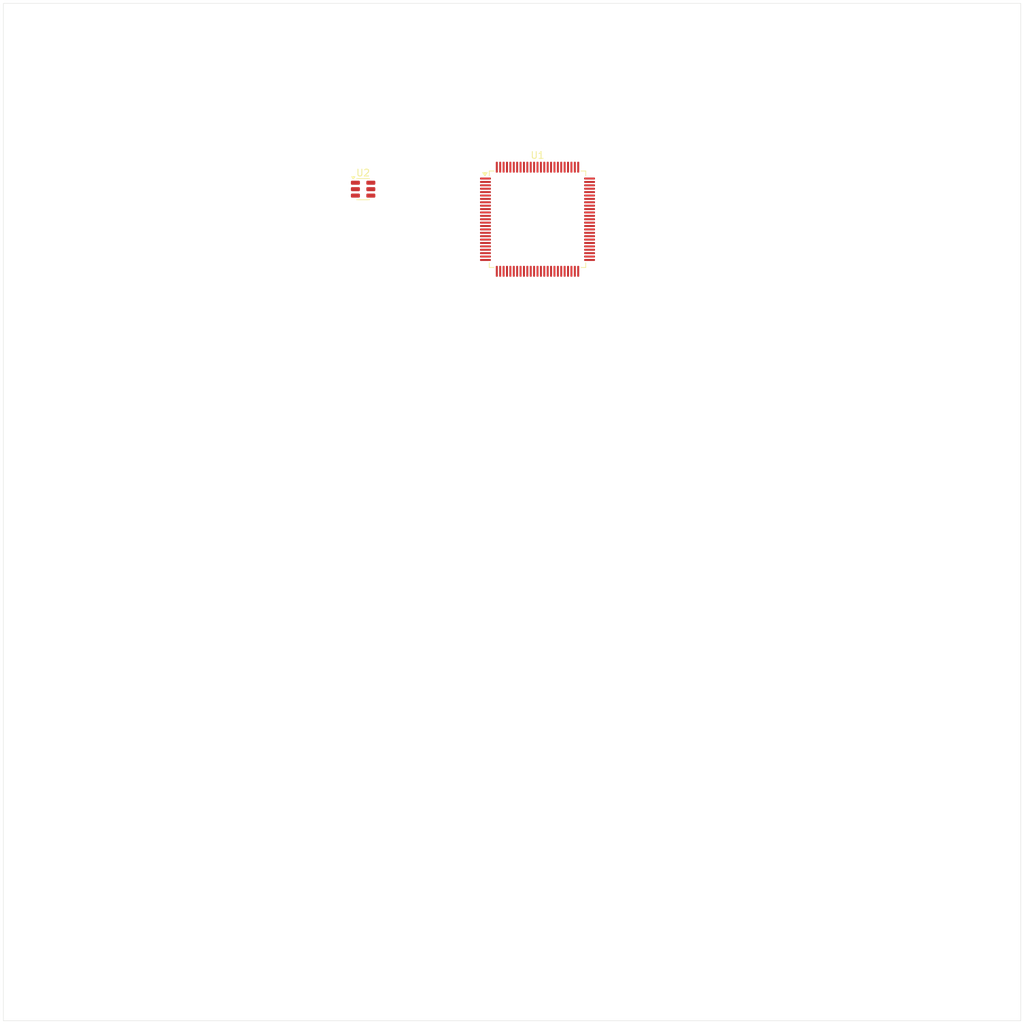
<source format=kicad_pcb>
(kicad_pcb (version 20241229) (generator "pcbnew") (generator_version "9.0")
  (layers (0 "F.Cu" signal) (4 "In1.Cu" signal "GND1 (DON'T ROUTE)") (6 "In2.Cu" signal "PWR (DON'T ROUTE)") (8 "In3.Cu" signal "In.Cu") (10 "In4.Cu" signal "GND2 (DON'T ROUTE)") (2 "B.Cu" signal) (13 "F.Paste" user) (15 "B.Paste" user) (5 "F.SilkS" user "F.Silkscreen") (7 "B.SilkS" user "B.Silkscreen") (1 "F.Mask" user) (3 "B.Mask" user) (25 "Edge.Cuts" user))
  (net 0 "")
  (net 1 "GND")
  (net 9 "+3V3")
  (net 28 "OSC_IN")
  (net 31 "OSC_OUT")
  (net 37 "OSC32_OUT")
  (net 38 "BOOT")
  (net 53 "Net-(C7-Pad1)")
  (net 64 "RESET")
  (net 82 "OSC32_IN")
  (net 89 "USB_D+")
  (net 90 "+5V")
  (net 91 "USB_D-")
  (net 92 "D-")
  (net 93 "D+")
  (footprint "Package_TO_SOT_SMD:SOT-23-6" (layer "F.Cu") (at 124.0375 55.89)
    (property "Reference" "U2" (at 0 -2.4 0) (layer "F.SilkS"))
    (property "Value" "USBLC6-2SC6")
    (fp_line (start -0.91 -1.56) (end 0.91 -1.56) (stroke (width 0.12)) (layer "F.SilkS"))
    (fp_line (start -0.91 -1.51) (end -0.91 -1.56) (stroke (width 0.12)) (layer "F.SilkS"))
    (fp_line (start -0.91 1.56) (end -0.91 1.51) (stroke (width 0.12)) (layer "F.SilkS"))
    (fp_line (start 0.91 -1.56) (end 0.91 -1.51) (stroke (width 0.12)) (layer "F.SilkS"))
    (fp_line (start 0.91 1.51) (end 0.91 1.56) (stroke (width 0.12)) (layer "F.SilkS"))
    (fp_line (start 0.91 1.56) (end -0.91 1.56) (stroke (width 0.12)) (layer "F.SilkS"))
    (fp_poly (pts (xy -1.45 -1.51) (xy -1.69 -1.84) (xy -1.21 -1.84)) (stroke (width 0.12)) (fill yes) (layer "F.SilkS"))
    (pad "1" smd roundrect (at -1.1375 -0.95) (size 1.325 0.6) (layers "F.Cu" "F.Mask" "F.Paste") (net 91 "USB_D-"))
    (pad "2" smd roundrect (at -1.1375 0) (size 1.325 0.6) (layers "F.Cu" "F.Mask" "F.Paste") (net 1 "GND"))
    (pad "3" smd roundrect (at -1.1375 0.95) (size 1.325 0.6) (layers "F.Cu" "F.Mask" "F.Paste") (net 89 "USB_D+"))
    (pad "4" smd roundrect (at 1.1375 0.95) (size 1.325 0.6) (layers "F.Cu" "F.Mask" "F.Paste") (net 93 "D+"))
    (pad "5" smd roundrect (at 1.1375 0) (size 1.325 0.6) (layers "F.Cu" "F.Mask" "F.Paste") (net 90 "+5V"))
    (pad "6" smd roundrect (at 1.1375 -0.95) (size 1.325 0.6) (layers "F.Cu" "F.Mask" "F.Paste") (net 92 "D-"))
  )
  (footprint "Package_QFP:LQFP-100_14x14mm_P0.5mm" (layer "F.Cu") (at 149.75 60.325)
    (property "Reference" "U1" (at 0 -9.43 0) (layer "F.SilkS"))
    (property "Value" "STM32H743VITx")
    (fp_line (start -7.11 -7.11) (end -6.41 -7.11) (stroke (width 0.12)) (layer "F.SilkS"))
    (fp_line (start -7.11 -6.41) (end -7.11 -7.11) (stroke (width 0.12)) (layer "F.SilkS"))
    (fp_line (start -7.11 7.11) (end -7.11 6.41) (stroke (width 0.12)) (layer "F.SilkS"))
    (fp_line (start -6.41 7.11) (end -7.11 7.11) (stroke (width 0.12)) (layer "F.SilkS"))
    (fp_line (start 6.41 -7.11) (end 7.11 -7.11) (stroke (width 0.12)) (layer "F.SilkS"))
    (fp_line (start 7.11 -7.11) (end 7.11 -6.41) (stroke (width 0.12)) (layer "F.SilkS"))
    (fp_line (start 7.11 6.41) (end 7.11 7.11) (stroke (width 0.12)) (layer "F.SilkS"))
    (fp_line (start 7.11 7.11) (end 6.41 7.11) (stroke (width 0.12)) (layer "F.SilkS"))
    (fp_poly (pts (xy -7.75 -6.41) (xy -8.09 -6.88) (xy -7.41 -6.88)) (stroke (width 0.12)) (fill yes) (layer "F.SilkS"))
    (pad "1" smd roundrect (at -7.675 -6) (size 1.6 0.3) (layers "F.Cu" "F.Mask" "F.Paste"))
    (pad "2" smd roundrect (at -7.675 -5.5) (size 1.6 0.3) (layers "F.Cu" "F.Mask" "F.Paste"))
    (pad "3" smd roundrect (at -7.675 -5) (size 1.6 0.3) (layers "F.Cu" "F.Mask" "F.Paste"))
    (pad "4" smd roundrect (at -7.675 -4.5) (size 1.6 0.3) (layers "F.Cu" "F.Mask" "F.Paste"))
    (pad "5" smd roundrect (at -7.675 -4) (size 1.6 0.3) (layers "F.Cu" "F.Mask" "F.Paste"))
    (pad "6" smd roundrect (at -7.675 -3.5) (size 1.6 0.3) (layers "F.Cu" "F.Mask" "F.Paste"))
    (pad "7" smd roundrect (at -7.675 -3) (size 1.6 0.3) (layers "F.Cu" "F.Mask" "F.Paste"))
    (pad "8" smd roundrect (at -7.675 -2.5) (size 1.6 0.3) (layers "F.Cu" "F.Mask" "F.Paste") (net 82 "OSC32_IN"))
    (pad "9" smd roundrect (at -7.675 -2) (size 1.6 0.3) (layers "F.Cu" "F.Mask" "F.Paste") (net 37 "OSC32_OUT"))
    (pad "10" smd roundrect (at -7.675 -1.5) (size 1.6 0.3) (layers "F.Cu" "F.Mask" "F.Paste") (net 1 "GND"))
    (pad "11" smd roundrect (at -7.675 -1) (size 1.6 0.3) (layers "F.Cu" "F.Mask" "F.Paste") (net 9 "+3V3"))
    (pad "12" smd roundrect (at -7.675 -0.5) (size 1.6 0.3) (layers "F.Cu" "F.Mask" "F.Paste") (net 28 "OSC_IN"))
    (pad "13" smd roundrect (at -7.675 0) (size 1.6 0.3) (layers "F.Cu" "F.Mask" "F.Paste") (net 31 "OSC_OUT"))
    (pad "14" smd roundrect (at -7.675 0.5) (size 1.6 0.3) (layers "F.Cu" "F.Mask" "F.Paste") (net 64 "RESET"))
    (pad "15" smd roundrect (at -7.675 1) (size 1.6 0.3) (layers "F.Cu" "F.Mask" "F.Paste"))
    (pad "16" smd roundrect (at -7.675 1.5) (size 1.6 0.3) (layers "F.Cu" "F.Mask" "F.Paste"))
    (pad "17" smd roundrect (at -7.675 2) (size 1.6 0.3) (layers "F.Cu" "F.Mask" "F.Paste"))
    (pad "18" smd roundrect (at -7.675 2.5) (size 1.6 0.3) (layers "F.Cu" "F.Mask" "F.Paste"))
    (pad "19" smd roundrect (at -7.675 3) (size 1.6 0.3) (layers "F.Cu" "F.Mask" "F.Paste") (net 1 "GND"))
    (pad "20" smd roundrect (at -7.675 3.5) (size 1.6 0.3) (layers "F.Cu" "F.Mask" "F.Paste") (net 9 "+3V3"))
    (pad "21" smd roundrect (at -7.675 4) (size 1.6 0.3) (layers "F.Cu" "F.Mask" "F.Paste") (net 9 "+3V3"))
    (pad "22" smd roundrect (at -7.675 4.5) (size 1.6 0.3) (layers "F.Cu" "F.Mask" "F.Paste"))
    (pad "23" smd roundrect (at -7.675 5) (size 1.6 0.3) (layers "F.Cu" "F.Mask" "F.Paste"))
    (pad "24" smd roundrect (at -7.675 5.5) (size 1.6 0.3) (layers "F.Cu" "F.Mask" "F.Paste"))
    (pad "25" smd roundrect (at -7.675 6) (size 1.6 0.3) (layers "F.Cu" "F.Mask" "F.Paste"))
    (pad "26" smd roundrect (at -6 7.675) (size 0.3 1.6) (layers "F.Cu" "F.Mask" "F.Paste") (net 1 "GND"))
    (pad "27" smd roundrect (at -5.5 7.675) (size 0.3 1.6) (layers "F.Cu" "F.Mask" "F.Paste") (net 9 "+3V3"))
    (pad "28" smd roundrect (at -5 7.675) (size 0.3 1.6) (layers "F.Cu" "F.Mask" "F.Paste"))
    (pad "29" smd roundrect (at -4.5 7.675) (size 0.3 1.6) (layers "F.Cu" "F.Mask" "F.Paste"))
    (pad "30" smd roundrect (at -4 7.675) (size 0.3 1.6) (layers "F.Cu" "F.Mask" "F.Paste"))
    (pad "31" smd roundrect (at -3.5 7.675) (size 0.3 1.6) (layers "F.Cu" "F.Mask" "F.Paste"))
    (pad "32" smd roundrect (at -3 7.675) (size 0.3 1.6) (layers "F.Cu" "F.Mask" "F.Paste"))
    (pad "33" smd roundrect (at -2.5 7.675) (size 0.3 1.6) (layers "F.Cu" "F.Mask" "F.Paste"))
    (pad "34" smd roundrect (at -2 7.675) (size 0.3 1.6) (layers "F.Cu" "F.Mask" "F.Paste"))
    (pad "35" smd roundrect (at -1.5 7.675) (size 0.3 1.6) (layers "F.Cu" "F.Mask" "F.Paste"))
    (pad "36" smd roundrect (at -1 7.675) (size 0.3 1.6) (layers "F.Cu" "F.Mask" "F.Paste"))
    (pad "37" smd roundrect (at -0.5 7.675) (size 0.3 1.6) (layers "F.Cu" "F.Mask" "F.Paste"))
    (pad "38" smd roundrect (at 0 7.675) (size 0.3 1.6) (layers "F.Cu" "F.Mask" "F.Paste"))
    (pad "39" smd roundrect (at 0.5 7.675) (size 0.3 1.6) (layers "F.Cu" "F.Mask" "F.Paste"))
    (pad "40" smd roundrect (at 1 7.675) (size 0.3 1.6) (layers "F.Cu" "F.Mask" "F.Paste"))
    (pad "41" smd roundrect (at 1.5 7.675) (size 0.3 1.6) (layers "F.Cu" "F.Mask" "F.Paste"))
    (pad "42" smd roundrect (at 2 7.675) (size 0.3 1.6) (layers "F.Cu" "F.Mask" "F.Paste"))
    (pad "43" smd roundrect (at 2.5 7.675) (size 0.3 1.6) (layers "F.Cu" "F.Mask" "F.Paste"))
    (pad "44" smd roundrect (at 3 7.675) (size 0.3 1.6) (layers "F.Cu" "F.Mask" "F.Paste"))
    (pad "45" smd roundrect (at 3.5 7.675) (size 0.3 1.6) (layers "F.Cu" "F.Mask" "F.Paste"))
    (pad "46" smd roundrect (at 4 7.675) (size 0.3 1.6) (layers "F.Cu" "F.Mask" "F.Paste"))
    (pad "47" smd roundrect (at 4.5 7.675) (size 0.3 1.6) (layers "F.Cu" "F.Mask" "F.Paste"))
    (pad "48" smd roundrect (at 5 7.675) (size 0.3 1.6) (layers "F.Cu" "F.Mask" "F.Paste") (net 53 "Net-(C7-Pad1)"))
    (pad "49" smd roundrect (at 5.5 7.675) (size 0.3 1.6) (layers "F.Cu" "F.Mask" "F.Paste") (net 1 "GND"))
    (pad "50" smd roundrect (at 6 7.675) (size 0.3 1.6) (layers "F.Cu" "F.Mask" "F.Paste") (net 9 "+3V3"))
    (pad "51" smd roundrect (at 7.675 6) (size 1.6 0.3) (layers "F.Cu" "F.Mask" "F.Paste"))
    (pad "52" smd roundrect (at 7.675 5.5) (size 1.6 0.3) (layers "F.Cu" "F.Mask" "F.Paste"))
    (pad "53" smd roundrect (at 7.675 5) (size 1.6 0.3) (layers "F.Cu" "F.Mask" "F.Paste"))
    (pad "54" smd roundrect (at 7.675 4.5) (size 1.6 0.3) (layers "F.Cu" "F.Mask" "F.Paste"))
    (pad "55" smd roundrect (at 7.675 4) (size 1.6 0.3) (layers "F.Cu" "F.Mask" "F.Paste"))
    (pad "56" smd roundrect (at 7.675 3.5) (size 1.6 0.3) (layers "F.Cu" "F.Mask" "F.Paste"))
    (pad "57" smd roundrect (at 7.675 3) (size 1.6 0.3) (layers "F.Cu" "F.Mask" "F.Paste"))
    (pad "58" smd roundrect (at 7.675 2.5) (size 1.6 0.3) (layers "F.Cu" "F.Mask" "F.Paste"))
    (pad "59" smd roundrect (at 7.675 2) (size 1.6 0.3) (layers "F.Cu" "F.Mask" "F.Paste"))
    (pad "60" smd roundrect (at 7.675 1.5) (size 1.6 0.3) (layers "F.Cu" "F.Mask" "F.Paste"))
    (pad "61" smd roundrect (at 7.675 1) (size 1.6 0.3) (layers "F.Cu" "F.Mask" "F.Paste"))
    (pad "62" smd roundrect (at 7.675 0.5) (size 1.6 0.3) (layers "F.Cu" "F.Mask" "F.Paste"))
    (pad "63" smd roundrect (at 7.675 0) (size 1.6 0.3) (layers "F.Cu" "F.Mask" "F.Paste"))
    (pad "64" smd roundrect (at 7.675 -0.5) (size 1.6 0.3) (layers "F.Cu" "F.Mask" "F.Paste"))
    (pad "65" smd roundrect (at 7.675 -1) (size 1.6 0.3) (layers "F.Cu" "F.Mask" "F.Paste"))
    (pad "66" smd roundrect (at 7.675 -1.5) (size 1.6 0.3) (layers "F.Cu" "F.Mask" "F.Paste"))
    (pad "67" smd roundrect (at 7.675 -2) (size 1.6 0.3) (layers "F.Cu" "F.Mask" "F.Paste"))
    (pad "68" smd roundrect (at 7.675 -2.5) (size 1.6 0.3) (layers "F.Cu" "F.Mask" "F.Paste"))
    (pad "69" smd roundrect (at 7.675 -3) (size 1.6 0.3) (layers "F.Cu" "F.Mask" "F.Paste"))
    (pad "70" smd roundrect (at 7.675 -3.5) (size 1.6 0.3) (layers "F.Cu" "F.Mask" "F.Paste"))
    (pad "71" smd roundrect (at 7.675 -4) (size 1.6 0.3) (layers "F.Cu" "F.Mask" "F.Paste"))
    (pad "72" smd roundrect (at 7.675 -4.5) (size 1.6 0.3) (layers "F.Cu" "F.Mask" "F.Paste"))
    (pad "73" smd roundrect (at 7.675 -5) (size 1.6 0.3) (layers "F.Cu" "F.Mask" "F.Paste") (net 53 "Net-(C7-Pad1)"))
    (pad "74" smd roundrect (at 7.675 -5.5) (size 1.6 0.3) (layers "F.Cu" "F.Mask" "F.Paste") (net 1 "GND"))
    (pad "75" smd roundrect (at 7.675 -6) (size 1.6 0.3) (layers "F.Cu" "F.Mask" "F.Paste") (net 9 "+3V3"))
    (pad "76" smd roundrect (at 6 -7.675) (size 0.3 1.6) (layers "F.Cu" "F.Mask" "F.Paste"))
    (pad "77" smd roundrect (at 5.5 -7.675) (size 0.3 1.6) (layers "F.Cu" "F.Mask" "F.Paste"))
    (pad "78" smd roundrect (at 5 -7.675) (size 0.3 1.6) (layers "F.Cu" "F.Mask" "F.Paste"))
    (pad "79" smd roundrect (at 4.5 -7.675) (size 0.3 1.6) (layers "F.Cu" "F.Mask" "F.Paste"))
    (pad "80" smd roundrect (at 4 -7.675) (size 0.3 1.6) (layers "F.Cu" "F.Mask" "F.Paste"))
    (pad "81" smd roundrect (at 3.5 -7.675) (size 0.3 1.6) (layers "F.Cu" "F.Mask" "F.Paste"))
    (pad "82" smd roundrect (at 3 -7.675) (size 0.3 1.6) (layers "F.Cu" "F.Mask" "F.Paste"))
    (pad "83" smd roundrect (at 2.5 -7.675) (size 0.3 1.6) (layers "F.Cu" "F.Mask" "F.Paste"))
    (pad "84" smd roundrect (at 2 -7.675) (size 0.3 1.6) (layers "F.Cu" "F.Mask" "F.Paste"))
    (pad "85" smd roundrect (at 1.5 -7.675) (size 0.3 1.6) (layers "F.Cu" "F.Mask" "F.Paste"))
    (pad "86" smd roundrect (at 1 -7.675) (size 0.3 1.6) (layers "F.Cu" "F.Mask" "F.Paste"))
    (pad "87" smd roundrect (at 0.5 -7.675) (size 0.3 1.6) (layers "F.Cu" "F.Mask" "F.Paste"))
    (pad "88" smd roundrect (at 0 -7.675) (size 0.3 1.6) (layers "F.Cu" "F.Mask" "F.Paste"))
    (pad "89" smd roundrect (at -0.5 -7.675) (size 0.3 1.6) (layers "F.Cu" "F.Mask" "F.Paste"))
    (pad "90" smd roundrect (at -1 -7.675) (size 0.3 1.6) (layers "F.Cu" "F.Mask" "F.Paste"))
    (pad "91" smd roundrect (at -1.5 -7.675) (size 0.3 1.6) (layers "F.Cu" "F.Mask" "F.Paste"))
    (pad "92" smd roundrect (at -2 -7.675) (size 0.3 1.6) (layers "F.Cu" "F.Mask" "F.Paste"))
    (pad "93" smd roundrect (at -2.5 -7.675) (size 0.3 1.6) (layers "F.Cu" "F.Mask" "F.Paste"))
    (pad "94" smd roundrect (at -3 -7.675) (size 0.3 1.6) (layers "F.Cu" "F.Mask" "F.Paste") (net 38 "BOOT"))
    (pad "95" smd roundrect (at -3.5 -7.675) (size 0.3 1.6) (layers "F.Cu" "F.Mask" "F.Paste"))
    (pad "96" smd roundrect (at -4 -7.675) (size 0.3 1.6) (layers "F.Cu" "F.Mask" "F.Paste"))
    (pad "97" smd roundrect (at -4.5 -7.675) (size 0.3 1.6) (layers "F.Cu" "F.Mask" "F.Paste"))
    (pad "98" smd roundrect (at -5 -7.675) (size 0.3 1.6) (layers "F.Cu" "F.Mask" "F.Paste"))
    (pad "99" smd roundrect (at -5.5 -7.675) (size 0.3 1.6) (layers "F.Cu" "F.Mask" "F.Paste") (net 1 "GND"))
    (pad "100" smd roundrect (at -6 -7.675) (size 0.3 1.6) (layers "F.Cu" "F.Mask" "F.Paste") (net 9 "+3V3"))
  )
  (gr_rect (start 71 28.5) (end 221 178.5) (stroke (width 0.05)) (fill no) (layer "Edge.Cuts"))
)
</source>
